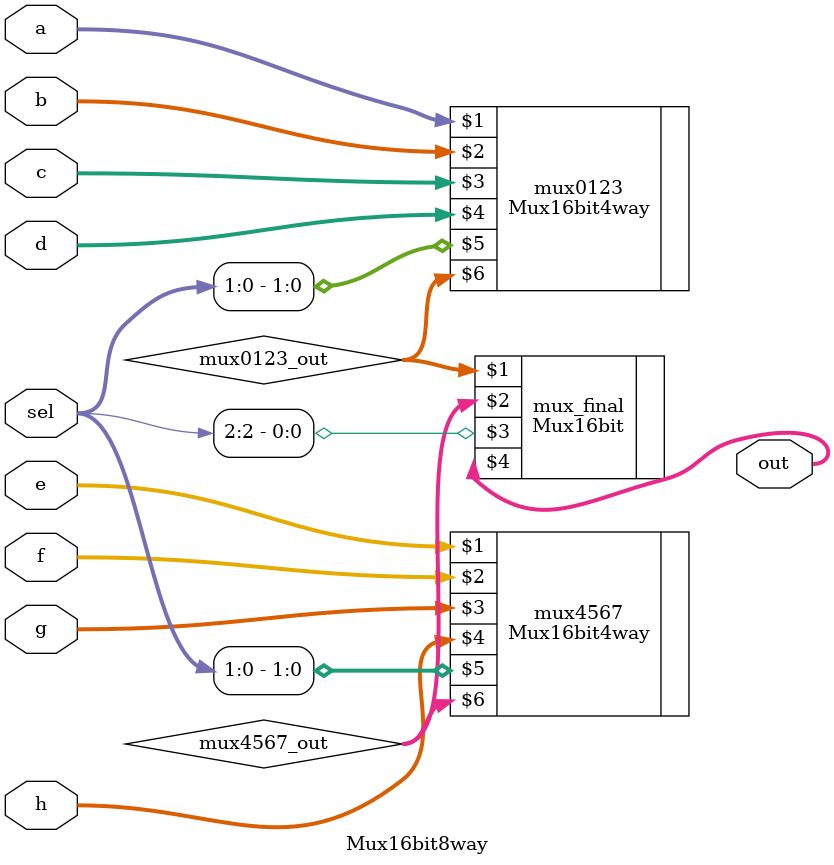
<source format=v>
`include "multiplexors/16bitMux4way.v"

module Mux16bit8way (
    input [15:0] a,     // 16-bit input A
    input [15:0] b,     // 16-bit input B
    input [15:0] c,     // 16-bit input C
    input [15:0] d,     // 16-bit input D
    input [15:0] e,     // 16-bit input E
    input [15:0] f,     // 16-bit input F
    input [15:0] g,     // 16-bit input G
    input [15:0] h,     // 16-bit input H
    input [2:0] sel,    // 3-bit select line (000=A, 001=B, 010=C, 011=D, 100=E, 101=F, 110=G, 111=H)
    output [15:0] out   // 16-bit output
);

    wire [15:0] mux0123_out, mux4567_out;
    
    // First level: select between inputs 0-3 and 4-7
    Mux16bit4way mux0123(a, b, c, d, sel[1:0], mux0123_out);
    Mux16bit4way mux4567(e, f, g, h, sel[1:0], mux4567_out);
    
    // Second level: select between the two first level outputs
    Mux16bit mux_final(mux0123_out, mux4567_out, sel[2], out);

endmodule

</source>
